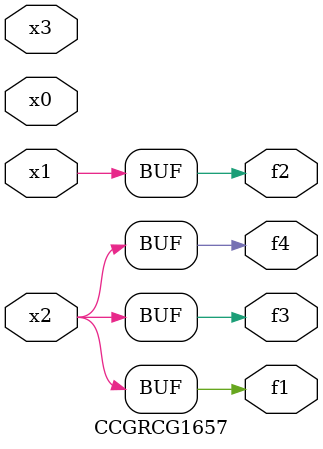
<source format=v>
module CCGRCG1657(
	input x0, x1, x2, x3,
	output f1, f2, f3, f4
);
	assign f1 = x2;
	assign f2 = x1;
	assign f3 = x2;
	assign f4 = x2;
endmodule

</source>
